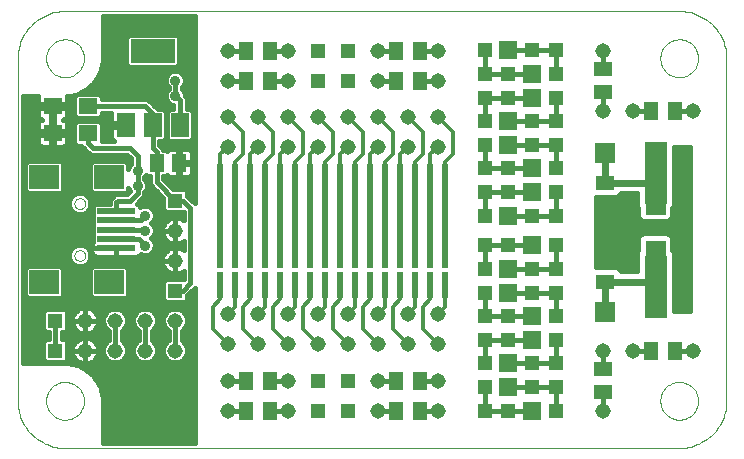
<source format=gtl>
G75*
G70*
%OFA0B0*%
%FSLAX24Y24*%
%IPPOS*%
%LPD*%
%AMOC8*
5,1,8,0,0,1.08239X$1,22.5*
%
%ADD10C,0.0000*%
%ADD11R,0.0984X0.0787*%
%ADD12R,0.1299X0.0197*%
%ADD13R,0.0591X0.0787*%
%ADD14R,0.1496X0.0787*%
%ADD15R,0.0630X0.0551*%
%ADD16R,0.0512X0.0591*%
%ADD17R,0.0515X0.0515*%
%ADD18C,0.0515*%
%ADD19R,0.0236X0.0866*%
%ADD20C,0.0120*%
%ADD21R,0.0236X0.3465*%
%ADD22R,0.0512X0.0512*%
%ADD23C,0.0160*%
%ADD24R,0.0591X0.0591*%
%ADD25R,0.0591X0.0512*%
%ADD26R,0.0760X0.2100*%
%ADD27R,0.0669X0.0669*%
%ADD28C,0.0356*%
%ADD29C,0.0240*%
D10*
X005969Y003417D02*
X026442Y003417D01*
X026442Y003416D02*
X026519Y003418D01*
X026596Y003424D01*
X026673Y003433D01*
X026749Y003446D01*
X026825Y003463D01*
X026899Y003484D01*
X026973Y003508D01*
X027045Y003536D01*
X027115Y003567D01*
X027184Y003602D01*
X027252Y003640D01*
X027317Y003681D01*
X027380Y003726D01*
X027441Y003774D01*
X027500Y003824D01*
X027556Y003877D01*
X027609Y003933D01*
X027659Y003992D01*
X027707Y004053D01*
X027752Y004116D01*
X027793Y004181D01*
X027831Y004249D01*
X027866Y004318D01*
X027897Y004388D01*
X027925Y004460D01*
X027949Y004534D01*
X027970Y004608D01*
X027987Y004684D01*
X028000Y004760D01*
X028009Y004837D01*
X028015Y004914D01*
X028017Y004991D01*
X028016Y004991D02*
X028016Y016409D01*
X028017Y016409D02*
X028015Y016486D01*
X028009Y016563D01*
X028000Y016640D01*
X027987Y016716D01*
X027970Y016792D01*
X027949Y016866D01*
X027925Y016940D01*
X027897Y017012D01*
X027866Y017082D01*
X027831Y017151D01*
X027793Y017219D01*
X027752Y017284D01*
X027707Y017347D01*
X027659Y017408D01*
X027609Y017467D01*
X027556Y017523D01*
X027500Y017576D01*
X027441Y017626D01*
X027380Y017674D01*
X027317Y017719D01*
X027252Y017760D01*
X027184Y017798D01*
X027115Y017833D01*
X027045Y017864D01*
X026973Y017892D01*
X026899Y017916D01*
X026825Y017937D01*
X026749Y017954D01*
X026673Y017967D01*
X026596Y017976D01*
X026519Y017982D01*
X026442Y017984D01*
X005969Y017984D01*
X005892Y017982D01*
X005815Y017976D01*
X005738Y017967D01*
X005662Y017954D01*
X005586Y017937D01*
X005512Y017916D01*
X005438Y017892D01*
X005366Y017864D01*
X005296Y017833D01*
X005227Y017798D01*
X005159Y017760D01*
X005094Y017719D01*
X005031Y017674D01*
X004970Y017626D01*
X004911Y017576D01*
X004855Y017523D01*
X004802Y017467D01*
X004752Y017408D01*
X004704Y017347D01*
X004659Y017284D01*
X004618Y017219D01*
X004580Y017151D01*
X004545Y017082D01*
X004514Y017012D01*
X004486Y016940D01*
X004462Y016866D01*
X004441Y016792D01*
X004424Y016716D01*
X004411Y016640D01*
X004402Y016563D01*
X004396Y016486D01*
X004394Y016409D01*
X004394Y004991D01*
X004396Y004914D01*
X004402Y004837D01*
X004411Y004760D01*
X004424Y004684D01*
X004441Y004608D01*
X004462Y004534D01*
X004486Y004460D01*
X004514Y004388D01*
X004545Y004318D01*
X004580Y004249D01*
X004618Y004181D01*
X004659Y004116D01*
X004704Y004053D01*
X004752Y003992D01*
X004802Y003933D01*
X004855Y003877D01*
X004911Y003824D01*
X004970Y003774D01*
X005031Y003726D01*
X005094Y003681D01*
X005159Y003640D01*
X005227Y003602D01*
X005296Y003567D01*
X005366Y003536D01*
X005438Y003508D01*
X005512Y003484D01*
X005586Y003463D01*
X005662Y003446D01*
X005738Y003433D01*
X005815Y003424D01*
X005892Y003418D01*
X005969Y003416D01*
X005892Y003418D01*
X005815Y003424D01*
X005738Y003433D01*
X005662Y003446D01*
X005586Y003463D01*
X005512Y003484D01*
X005438Y003508D01*
X005366Y003536D01*
X005296Y003567D01*
X005227Y003602D01*
X005159Y003640D01*
X005094Y003681D01*
X005031Y003726D01*
X004970Y003774D01*
X004911Y003824D01*
X004855Y003877D01*
X004802Y003933D01*
X004752Y003992D01*
X004704Y004053D01*
X004659Y004116D01*
X004618Y004181D01*
X004580Y004249D01*
X004545Y004318D01*
X004514Y004388D01*
X004486Y004460D01*
X004462Y004534D01*
X004441Y004608D01*
X004424Y004684D01*
X004411Y004760D01*
X004402Y004837D01*
X004396Y004914D01*
X004394Y004991D01*
X005339Y004991D02*
X005341Y005041D01*
X005347Y005091D01*
X005357Y005140D01*
X005371Y005188D01*
X005388Y005235D01*
X005409Y005280D01*
X005434Y005324D01*
X005462Y005365D01*
X005494Y005404D01*
X005528Y005441D01*
X005565Y005475D01*
X005605Y005505D01*
X005647Y005532D01*
X005691Y005556D01*
X005737Y005577D01*
X005784Y005593D01*
X005832Y005606D01*
X005882Y005615D01*
X005931Y005620D01*
X005982Y005621D01*
X006032Y005618D01*
X006081Y005611D01*
X006130Y005600D01*
X006178Y005585D01*
X006224Y005567D01*
X006269Y005545D01*
X006312Y005519D01*
X006353Y005490D01*
X006392Y005458D01*
X006428Y005423D01*
X006460Y005385D01*
X006490Y005345D01*
X006517Y005302D01*
X006540Y005258D01*
X006559Y005212D01*
X006575Y005164D01*
X006587Y005115D01*
X006595Y005066D01*
X006599Y005016D01*
X006599Y004966D01*
X006595Y004916D01*
X006587Y004867D01*
X006575Y004818D01*
X006559Y004770D01*
X006540Y004724D01*
X006517Y004680D01*
X006490Y004637D01*
X006460Y004597D01*
X006428Y004559D01*
X006392Y004524D01*
X006353Y004492D01*
X006312Y004463D01*
X006269Y004437D01*
X006224Y004415D01*
X006178Y004397D01*
X006130Y004382D01*
X006081Y004371D01*
X006032Y004364D01*
X005982Y004361D01*
X005931Y004362D01*
X005882Y004367D01*
X005832Y004376D01*
X005784Y004389D01*
X005737Y004405D01*
X005691Y004426D01*
X005647Y004450D01*
X005605Y004477D01*
X005565Y004507D01*
X005528Y004541D01*
X005494Y004578D01*
X005462Y004617D01*
X005434Y004658D01*
X005409Y004702D01*
X005388Y004747D01*
X005371Y004794D01*
X005357Y004842D01*
X005347Y004891D01*
X005341Y004941D01*
X005339Y004991D01*
X006284Y009834D02*
X006286Y009860D01*
X006292Y009886D01*
X006302Y009911D01*
X006315Y009934D01*
X006331Y009954D01*
X006351Y009972D01*
X006373Y009987D01*
X006396Y009999D01*
X006422Y010007D01*
X006448Y010011D01*
X006474Y010011D01*
X006500Y010007D01*
X006526Y009999D01*
X006550Y009987D01*
X006571Y009972D01*
X006591Y009954D01*
X006607Y009934D01*
X006620Y009911D01*
X006630Y009886D01*
X006636Y009860D01*
X006638Y009834D01*
X006636Y009808D01*
X006630Y009782D01*
X006620Y009757D01*
X006607Y009734D01*
X006591Y009714D01*
X006571Y009696D01*
X006549Y009681D01*
X006526Y009669D01*
X006500Y009661D01*
X006474Y009657D01*
X006448Y009657D01*
X006422Y009661D01*
X006396Y009669D01*
X006372Y009681D01*
X006351Y009696D01*
X006331Y009714D01*
X006315Y009734D01*
X006302Y009757D01*
X006292Y009782D01*
X006286Y009808D01*
X006284Y009834D01*
X006284Y011566D02*
X006286Y011592D01*
X006292Y011618D01*
X006302Y011643D01*
X006315Y011666D01*
X006331Y011686D01*
X006351Y011704D01*
X006373Y011719D01*
X006396Y011731D01*
X006422Y011739D01*
X006448Y011743D01*
X006474Y011743D01*
X006500Y011739D01*
X006526Y011731D01*
X006550Y011719D01*
X006571Y011704D01*
X006591Y011686D01*
X006607Y011666D01*
X006620Y011643D01*
X006630Y011618D01*
X006636Y011592D01*
X006638Y011566D01*
X006636Y011540D01*
X006630Y011514D01*
X006620Y011489D01*
X006607Y011466D01*
X006591Y011446D01*
X006571Y011428D01*
X006549Y011413D01*
X006526Y011401D01*
X006500Y011393D01*
X006474Y011389D01*
X006448Y011389D01*
X006422Y011393D01*
X006396Y011401D01*
X006372Y011413D01*
X006351Y011428D01*
X006331Y011446D01*
X006315Y011466D01*
X006302Y011489D01*
X006292Y011514D01*
X006286Y011540D01*
X006284Y011566D01*
X004394Y016409D02*
X004396Y016486D01*
X004402Y016563D01*
X004411Y016640D01*
X004424Y016716D01*
X004441Y016792D01*
X004462Y016866D01*
X004486Y016940D01*
X004514Y017012D01*
X004545Y017082D01*
X004580Y017151D01*
X004618Y017219D01*
X004659Y017284D01*
X004704Y017347D01*
X004752Y017408D01*
X004802Y017467D01*
X004855Y017523D01*
X004911Y017576D01*
X004970Y017626D01*
X005031Y017674D01*
X005094Y017719D01*
X005159Y017760D01*
X005227Y017798D01*
X005296Y017833D01*
X005366Y017864D01*
X005438Y017892D01*
X005512Y017916D01*
X005586Y017937D01*
X005662Y017954D01*
X005738Y017967D01*
X005815Y017976D01*
X005892Y017982D01*
X005969Y017984D01*
X005339Y016409D02*
X005341Y016459D01*
X005347Y016509D01*
X005357Y016558D01*
X005371Y016606D01*
X005388Y016653D01*
X005409Y016698D01*
X005434Y016742D01*
X005462Y016783D01*
X005494Y016822D01*
X005528Y016859D01*
X005565Y016893D01*
X005605Y016923D01*
X005647Y016950D01*
X005691Y016974D01*
X005737Y016995D01*
X005784Y017011D01*
X005832Y017024D01*
X005882Y017033D01*
X005931Y017038D01*
X005982Y017039D01*
X006032Y017036D01*
X006081Y017029D01*
X006130Y017018D01*
X006178Y017003D01*
X006224Y016985D01*
X006269Y016963D01*
X006312Y016937D01*
X006353Y016908D01*
X006392Y016876D01*
X006428Y016841D01*
X006460Y016803D01*
X006490Y016763D01*
X006517Y016720D01*
X006540Y016676D01*
X006559Y016630D01*
X006575Y016582D01*
X006587Y016533D01*
X006595Y016484D01*
X006599Y016434D01*
X006599Y016384D01*
X006595Y016334D01*
X006587Y016285D01*
X006575Y016236D01*
X006559Y016188D01*
X006540Y016142D01*
X006517Y016098D01*
X006490Y016055D01*
X006460Y016015D01*
X006428Y015977D01*
X006392Y015942D01*
X006353Y015910D01*
X006312Y015881D01*
X006269Y015855D01*
X006224Y015833D01*
X006178Y015815D01*
X006130Y015800D01*
X006081Y015789D01*
X006032Y015782D01*
X005982Y015779D01*
X005931Y015780D01*
X005882Y015785D01*
X005832Y015794D01*
X005784Y015807D01*
X005737Y015823D01*
X005691Y015844D01*
X005647Y015868D01*
X005605Y015895D01*
X005565Y015925D01*
X005528Y015959D01*
X005494Y015996D01*
X005462Y016035D01*
X005434Y016076D01*
X005409Y016120D01*
X005388Y016165D01*
X005371Y016212D01*
X005357Y016260D01*
X005347Y016309D01*
X005341Y016359D01*
X005339Y016409D01*
X026442Y017984D02*
X026519Y017982D01*
X026596Y017976D01*
X026673Y017967D01*
X026749Y017954D01*
X026825Y017937D01*
X026899Y017916D01*
X026973Y017892D01*
X027045Y017864D01*
X027115Y017833D01*
X027184Y017798D01*
X027252Y017760D01*
X027317Y017719D01*
X027380Y017674D01*
X027441Y017626D01*
X027500Y017576D01*
X027556Y017523D01*
X027609Y017467D01*
X027659Y017408D01*
X027707Y017347D01*
X027752Y017284D01*
X027793Y017219D01*
X027831Y017151D01*
X027866Y017082D01*
X027897Y017012D01*
X027925Y016940D01*
X027949Y016866D01*
X027970Y016792D01*
X027987Y016716D01*
X028000Y016640D01*
X028009Y016563D01*
X028015Y016486D01*
X028017Y016409D01*
X025812Y016409D02*
X025814Y016459D01*
X025820Y016509D01*
X025830Y016558D01*
X025844Y016606D01*
X025861Y016653D01*
X025882Y016698D01*
X025907Y016742D01*
X025935Y016783D01*
X025967Y016822D01*
X026001Y016859D01*
X026038Y016893D01*
X026078Y016923D01*
X026120Y016950D01*
X026164Y016974D01*
X026210Y016995D01*
X026257Y017011D01*
X026305Y017024D01*
X026355Y017033D01*
X026404Y017038D01*
X026455Y017039D01*
X026505Y017036D01*
X026554Y017029D01*
X026603Y017018D01*
X026651Y017003D01*
X026697Y016985D01*
X026742Y016963D01*
X026785Y016937D01*
X026826Y016908D01*
X026865Y016876D01*
X026901Y016841D01*
X026933Y016803D01*
X026963Y016763D01*
X026990Y016720D01*
X027013Y016676D01*
X027032Y016630D01*
X027048Y016582D01*
X027060Y016533D01*
X027068Y016484D01*
X027072Y016434D01*
X027072Y016384D01*
X027068Y016334D01*
X027060Y016285D01*
X027048Y016236D01*
X027032Y016188D01*
X027013Y016142D01*
X026990Y016098D01*
X026963Y016055D01*
X026933Y016015D01*
X026901Y015977D01*
X026865Y015942D01*
X026826Y015910D01*
X026785Y015881D01*
X026742Y015855D01*
X026697Y015833D01*
X026651Y015815D01*
X026603Y015800D01*
X026554Y015789D01*
X026505Y015782D01*
X026455Y015779D01*
X026404Y015780D01*
X026355Y015785D01*
X026305Y015794D01*
X026257Y015807D01*
X026210Y015823D01*
X026164Y015844D01*
X026120Y015868D01*
X026078Y015895D01*
X026038Y015925D01*
X026001Y015959D01*
X025967Y015996D01*
X025935Y016035D01*
X025907Y016076D01*
X025882Y016120D01*
X025861Y016165D01*
X025844Y016212D01*
X025830Y016260D01*
X025820Y016309D01*
X025814Y016359D01*
X025812Y016409D01*
X028017Y004991D02*
X028015Y004914D01*
X028009Y004837D01*
X028000Y004760D01*
X027987Y004684D01*
X027970Y004608D01*
X027949Y004534D01*
X027925Y004460D01*
X027897Y004388D01*
X027866Y004318D01*
X027831Y004249D01*
X027793Y004181D01*
X027752Y004116D01*
X027707Y004053D01*
X027659Y003992D01*
X027609Y003933D01*
X027556Y003877D01*
X027500Y003824D01*
X027441Y003774D01*
X027380Y003726D01*
X027317Y003681D01*
X027252Y003640D01*
X027184Y003602D01*
X027115Y003567D01*
X027045Y003536D01*
X026973Y003508D01*
X026899Y003484D01*
X026825Y003463D01*
X026749Y003446D01*
X026673Y003433D01*
X026596Y003424D01*
X026519Y003418D01*
X026442Y003416D01*
X025812Y004991D02*
X025814Y005041D01*
X025820Y005091D01*
X025830Y005140D01*
X025844Y005188D01*
X025861Y005235D01*
X025882Y005280D01*
X025907Y005324D01*
X025935Y005365D01*
X025967Y005404D01*
X026001Y005441D01*
X026038Y005475D01*
X026078Y005505D01*
X026120Y005532D01*
X026164Y005556D01*
X026210Y005577D01*
X026257Y005593D01*
X026305Y005606D01*
X026355Y005615D01*
X026404Y005620D01*
X026455Y005621D01*
X026505Y005618D01*
X026554Y005611D01*
X026603Y005600D01*
X026651Y005585D01*
X026697Y005567D01*
X026742Y005545D01*
X026785Y005519D01*
X026826Y005490D01*
X026865Y005458D01*
X026901Y005423D01*
X026933Y005385D01*
X026963Y005345D01*
X026990Y005302D01*
X027013Y005258D01*
X027032Y005212D01*
X027048Y005164D01*
X027060Y005115D01*
X027068Y005066D01*
X027072Y005016D01*
X027072Y004966D01*
X027068Y004916D01*
X027060Y004867D01*
X027048Y004818D01*
X027032Y004770D01*
X027013Y004724D01*
X026990Y004680D01*
X026963Y004637D01*
X026933Y004597D01*
X026901Y004559D01*
X026865Y004524D01*
X026826Y004492D01*
X026785Y004463D01*
X026742Y004437D01*
X026697Y004415D01*
X026651Y004397D01*
X026603Y004382D01*
X026554Y004371D01*
X026505Y004364D01*
X026455Y004361D01*
X026404Y004362D01*
X026355Y004367D01*
X026305Y004376D01*
X026257Y004389D01*
X026210Y004405D01*
X026164Y004426D01*
X026120Y004450D01*
X026078Y004477D01*
X026038Y004507D01*
X026001Y004541D01*
X025967Y004578D01*
X025935Y004617D01*
X025907Y004658D01*
X025882Y004702D01*
X025861Y004747D01*
X025844Y004794D01*
X025830Y004842D01*
X025820Y004891D01*
X025814Y004941D01*
X025812Y004991D01*
D11*
X007446Y008948D03*
X005280Y008948D03*
X005280Y012452D03*
X007446Y012452D03*
D12*
X007682Y011330D03*
X007682Y011015D03*
X007682Y010700D03*
X007682Y010385D03*
X007682Y010070D03*
D13*
X007989Y014177D03*
X008894Y014177D03*
X009800Y014177D03*
D14*
X008894Y016657D03*
D15*
X006735Y014818D03*
X005554Y014818D03*
X005554Y013917D03*
X006735Y013917D03*
D16*
X009020Y012917D03*
X009768Y012917D03*
X012001Y015667D03*
X012788Y015667D03*
X012788Y016667D03*
X012001Y016667D03*
X017001Y016667D03*
X017788Y016667D03*
X017788Y015667D03*
X017001Y015667D03*
X025501Y014667D03*
X026288Y014667D03*
X026288Y006667D03*
X025501Y006667D03*
X017788Y005667D03*
X017001Y005667D03*
X017001Y004667D03*
X017788Y004667D03*
X012788Y004667D03*
X012001Y004667D03*
X012001Y005667D03*
X012788Y005667D03*
D17*
X014394Y005667D03*
X015394Y005667D03*
X015394Y004667D03*
X014394Y004667D03*
X009644Y008667D03*
X005644Y007667D03*
X005644Y006667D03*
X009644Y011667D03*
X014394Y015667D03*
X015394Y015667D03*
X015394Y016667D03*
X014394Y016667D03*
D18*
X013394Y016667D03*
X013394Y015667D03*
X013394Y014454D03*
X012394Y014454D03*
X011394Y014454D03*
X011394Y013454D03*
X012394Y013454D03*
X013394Y013454D03*
X014394Y013454D03*
X015394Y013454D03*
X016394Y013454D03*
X017394Y013454D03*
X018394Y013454D03*
X018394Y014454D03*
X017394Y014454D03*
X016394Y014454D03*
X015394Y014454D03*
X014394Y014454D03*
X016394Y015667D03*
X016394Y016667D03*
X018394Y016667D03*
X018394Y015667D03*
X023894Y016667D03*
X023894Y014667D03*
X024894Y014667D03*
X026894Y014667D03*
X018394Y007879D03*
X017394Y007879D03*
X016394Y007879D03*
X015394Y007879D03*
X014394Y007879D03*
X013394Y007879D03*
X012394Y007879D03*
X011394Y007879D03*
X011394Y006879D03*
X012394Y006879D03*
X013394Y006879D03*
X014394Y006879D03*
X015394Y006879D03*
X016394Y006879D03*
X017394Y006879D03*
X018394Y006879D03*
X018394Y005667D03*
X018394Y004667D03*
X016394Y004667D03*
X016394Y005667D03*
X013394Y005667D03*
X013394Y004667D03*
X011394Y004667D03*
X011394Y005667D03*
X009644Y006667D03*
X008644Y006667D03*
X007644Y006667D03*
X007644Y007667D03*
X008644Y007667D03*
X009644Y007667D03*
X009644Y009667D03*
X009644Y010667D03*
X006644Y007667D03*
X006644Y006667D03*
X011394Y015667D03*
X011394Y016667D03*
X023894Y006667D03*
X024894Y006667D03*
X026894Y006667D03*
X023894Y004667D03*
D19*
X018644Y008852D03*
X018144Y008852D03*
X017644Y008852D03*
X017144Y008852D03*
X016644Y008852D03*
X016144Y008852D03*
X015644Y008852D03*
X015144Y008852D03*
X014644Y008852D03*
X014144Y008852D03*
X013644Y008852D03*
X013144Y008852D03*
X012644Y008852D03*
X012144Y008852D03*
X011644Y008852D03*
X011144Y008852D03*
D20*
X011144Y008879D02*
X011144Y008379D01*
X010894Y008129D01*
X010894Y007379D01*
X011394Y006879D01*
X011894Y007379D02*
X011894Y008129D01*
X012144Y008379D01*
X012144Y008879D01*
X012644Y008879D02*
X012644Y008129D01*
X012394Y007879D01*
X012894Y008129D02*
X013144Y008379D01*
X013144Y008879D01*
X013644Y008879D02*
X013644Y008129D01*
X013394Y007879D01*
X013894Y008129D02*
X014144Y008379D01*
X014144Y008879D01*
X014644Y008879D02*
X014644Y008129D01*
X014394Y007879D01*
X013894Y008129D02*
X013894Y007379D01*
X014394Y006879D01*
X014894Y007379D02*
X014894Y008129D01*
X015144Y008379D01*
X015144Y008879D01*
X015644Y008879D02*
X015644Y008129D01*
X015394Y007879D01*
X015894Y008129D02*
X016144Y008379D01*
X016144Y008879D01*
X016644Y008879D02*
X016644Y008129D01*
X016394Y007879D01*
X015894Y008129D02*
X015894Y007379D01*
X016394Y006879D01*
X016894Y007379D02*
X016894Y008129D01*
X017144Y008379D01*
X017144Y008879D01*
X017644Y008879D02*
X017644Y008129D01*
X017394Y007879D01*
X017894Y008129D02*
X018144Y008379D01*
X018144Y008879D01*
X018644Y008879D02*
X018644Y008129D01*
X018394Y007879D01*
X017894Y008129D02*
X017894Y007379D01*
X018394Y006879D01*
X017394Y006879D02*
X016894Y007379D01*
X015394Y006879D02*
X014894Y007379D01*
X013394Y006879D02*
X012894Y007379D01*
X012894Y008129D01*
X011894Y007379D02*
X012394Y006879D01*
X011394Y007879D02*
X011644Y008129D01*
X011644Y008879D01*
X011144Y012454D02*
X011144Y013204D01*
X011394Y013454D01*
X011894Y013204D02*
X011644Y012954D01*
X011644Y012579D01*
X012144Y012454D02*
X012144Y013204D01*
X012394Y013454D01*
X012894Y013204D02*
X012644Y012954D01*
X012644Y012579D01*
X013144Y012454D02*
X013144Y013204D01*
X013394Y013454D01*
X013894Y013204D02*
X013644Y012954D01*
X013644Y012579D01*
X014144Y012454D02*
X014144Y013204D01*
X014394Y013454D01*
X013894Y013204D02*
X013894Y013954D01*
X013394Y014454D01*
X012894Y013954D02*
X012894Y013204D01*
X011894Y013204D02*
X011894Y013954D01*
X011394Y014454D01*
X012394Y014454D02*
X012894Y013954D01*
X014394Y014454D02*
X014894Y013954D01*
X014894Y013204D01*
X014644Y012954D01*
X014644Y012579D01*
X015144Y012454D02*
X015144Y013204D01*
X015394Y013454D01*
X015644Y012954D02*
X015644Y012579D01*
X015644Y012954D02*
X015894Y013204D01*
X015894Y013954D01*
X015394Y014454D01*
X016394Y014454D02*
X016894Y013954D01*
X016894Y013204D01*
X016644Y012954D01*
X016644Y012579D01*
X016144Y012454D02*
X016144Y013204D01*
X016394Y013454D01*
X017144Y013204D02*
X017144Y012454D01*
X017644Y012579D02*
X017644Y012954D01*
X017894Y013204D01*
X017894Y013954D01*
X017394Y014454D01*
X018394Y014454D02*
X018894Y013954D01*
X018894Y013204D01*
X018644Y012954D01*
X018644Y012579D01*
X018144Y012454D02*
X018144Y013204D01*
X018394Y013454D01*
X017394Y013454D02*
X017144Y013204D01*
X023686Y011779D02*
X023686Y009424D01*
X024367Y009424D01*
X024496Y009295D01*
X024496Y009288D01*
X025054Y009288D01*
X025054Y009941D01*
X025100Y009987D01*
X025100Y010407D01*
X025228Y010535D01*
X026080Y010535D01*
X026209Y010407D01*
X026209Y009987D01*
X026254Y009941D01*
X026254Y007944D01*
X026835Y007944D01*
X026835Y013456D01*
X026254Y013456D01*
X026254Y011459D01*
X026209Y011414D01*
X026209Y011100D01*
X026080Y010971D01*
X025228Y010971D01*
X025100Y011100D01*
X025100Y011414D01*
X025054Y011459D01*
X025054Y011915D01*
X024496Y011915D01*
X024496Y011908D01*
X024367Y011779D01*
X023686Y011779D01*
X023686Y011715D02*
X025054Y011715D01*
X025054Y011833D02*
X024421Y011833D01*
X025054Y011596D02*
X023686Y011596D01*
X023686Y011478D02*
X025054Y011478D01*
X025100Y011359D02*
X023686Y011359D01*
X023686Y011241D02*
X025100Y011241D01*
X025100Y011122D02*
X023686Y011122D01*
X023686Y011003D02*
X025196Y011003D01*
X025222Y010529D02*
X023686Y010529D01*
X023686Y010411D02*
X025104Y010411D01*
X025100Y010292D02*
X023686Y010292D01*
X023686Y010174D02*
X025100Y010174D01*
X025100Y010055D02*
X023686Y010055D01*
X023686Y009937D02*
X025054Y009937D01*
X025054Y009818D02*
X023686Y009818D01*
X023686Y009699D02*
X025054Y009699D01*
X025054Y009581D02*
X023686Y009581D01*
X023686Y009462D02*
X025054Y009462D01*
X025054Y009344D02*
X024448Y009344D01*
X026254Y009344D02*
X026835Y009344D01*
X026835Y009462D02*
X026254Y009462D01*
X026254Y009581D02*
X026835Y009581D01*
X026835Y009699D02*
X026254Y009699D01*
X026254Y009818D02*
X026835Y009818D01*
X026835Y009937D02*
X026254Y009937D01*
X026209Y010055D02*
X026835Y010055D01*
X026835Y010174D02*
X026209Y010174D01*
X026209Y010292D02*
X026835Y010292D01*
X026835Y010411D02*
X026205Y010411D01*
X026086Y010529D02*
X026835Y010529D01*
X026835Y010648D02*
X023686Y010648D01*
X023686Y010766D02*
X026835Y010766D01*
X026835Y010885D02*
X023686Y010885D01*
X026112Y011003D02*
X026835Y011003D01*
X026835Y011122D02*
X026209Y011122D01*
X026209Y011241D02*
X026835Y011241D01*
X026835Y011359D02*
X026209Y011359D01*
X026254Y011478D02*
X026835Y011478D01*
X026835Y011596D02*
X026254Y011596D01*
X026254Y011715D02*
X026835Y011715D01*
X026835Y011833D02*
X026254Y011833D01*
X026254Y011952D02*
X026835Y011952D01*
X026835Y012070D02*
X026254Y012070D01*
X026254Y012189D02*
X026835Y012189D01*
X026835Y012307D02*
X026254Y012307D01*
X026254Y012426D02*
X026835Y012426D01*
X026835Y012545D02*
X026254Y012545D01*
X026254Y012663D02*
X026835Y012663D01*
X026835Y012782D02*
X026254Y012782D01*
X026254Y012900D02*
X026835Y012900D01*
X026835Y013019D02*
X026254Y013019D01*
X026254Y013137D02*
X026835Y013137D01*
X026835Y013256D02*
X026254Y013256D01*
X026254Y013374D02*
X026835Y013374D01*
X026835Y009225D02*
X026254Y009225D01*
X026254Y009107D02*
X026835Y009107D01*
X026835Y008988D02*
X026254Y008988D01*
X026254Y008870D02*
X026835Y008870D01*
X026835Y008751D02*
X026254Y008751D01*
X026254Y008633D02*
X026835Y008633D01*
X026835Y008514D02*
X026254Y008514D01*
X026254Y008396D02*
X026835Y008396D01*
X026835Y008277D02*
X026254Y008277D01*
X026254Y008158D02*
X026835Y008158D01*
X026835Y008040D02*
X026254Y008040D01*
D21*
X018644Y011167D03*
X018144Y011167D03*
X017644Y011167D03*
X017144Y011167D03*
X016644Y011167D03*
X016144Y011167D03*
X015644Y011167D03*
X015144Y011167D03*
X014644Y011167D03*
X014144Y011167D03*
X013644Y011167D03*
X013144Y011167D03*
X012644Y011167D03*
X012144Y011167D03*
X011644Y011167D03*
X011144Y011167D03*
D22*
X019963Y011161D03*
X019963Y011948D03*
X020751Y011948D03*
X020751Y012736D03*
X019963Y012736D03*
X019963Y013523D03*
X019963Y014310D03*
X019963Y015098D03*
X020751Y015098D03*
X020751Y015885D03*
X019963Y015885D03*
X019963Y016673D03*
X021538Y016673D03*
X022325Y016673D03*
X022325Y015885D03*
X022325Y015098D03*
X022325Y014310D03*
X021538Y014310D03*
X021538Y013523D03*
X022325Y013523D03*
X022325Y012736D03*
X022325Y011948D03*
X022325Y011161D03*
X021538Y011161D03*
X020751Y010173D03*
X019963Y010173D03*
X019963Y009385D03*
X019963Y008598D03*
X019963Y007810D03*
X020751Y007810D03*
X020751Y007023D03*
X019963Y007023D03*
X019963Y006236D03*
X019963Y005448D03*
X019963Y004661D03*
X020751Y004661D03*
X021538Y005448D03*
X022325Y005448D03*
X022325Y004661D03*
X022325Y006236D03*
X021538Y006236D03*
X022325Y007023D03*
X022325Y007810D03*
X022325Y008598D03*
X021538Y008598D03*
X021538Y009385D03*
X022325Y009385D03*
X022325Y010173D03*
D23*
X022325Y009385D01*
X020751Y009385D01*
X019963Y009385D02*
X019963Y010173D01*
X021538Y010173D01*
X020751Y011161D02*
X022325Y011161D01*
X022325Y011948D01*
X021538Y011948D02*
X019963Y011948D01*
X019963Y011161D01*
X019963Y012736D02*
X019963Y013523D01*
X020751Y013523D02*
X022325Y013523D01*
X022325Y012736D01*
X021538Y012736D02*
X019963Y012736D01*
X019963Y014310D02*
X019963Y015098D01*
X021538Y015098D01*
X022325Y015098D02*
X022325Y014310D01*
X020751Y014310D01*
X018394Y015667D02*
X017894Y015667D01*
X016894Y015667D02*
X016394Y015667D01*
X016394Y016667D02*
X016894Y016667D01*
X017894Y016667D02*
X018394Y016667D01*
X019963Y016673D02*
X019963Y015885D01*
X021538Y015885D01*
X022325Y015885D02*
X022325Y016673D01*
X020751Y016673D01*
X023894Y016667D02*
X023894Y016167D01*
X023894Y015167D02*
X023894Y014667D01*
X024894Y014667D02*
X025394Y014667D01*
X026394Y014667D02*
X026894Y014667D01*
X022325Y008598D02*
X020751Y008598D01*
X019963Y008598D02*
X019963Y007810D01*
X021538Y007810D01*
X022325Y007810D02*
X022325Y008598D01*
X022325Y007023D02*
X022325Y006236D01*
X020751Y006236D01*
X019963Y006236D02*
X019963Y007023D01*
X021538Y007023D01*
X023894Y006667D02*
X023894Y006167D01*
X024894Y006667D02*
X025394Y006667D01*
X026394Y006667D02*
X026894Y006667D01*
X023894Y005167D02*
X023894Y004667D01*
X022325Y004661D02*
X022325Y005448D01*
X020751Y005448D01*
X019963Y005448D02*
X019963Y004661D01*
X021538Y004661D01*
X018394Y004667D02*
X017894Y004667D01*
X016894Y004667D02*
X016394Y004667D01*
X016394Y005667D02*
X016894Y005667D01*
X017894Y005667D02*
X018394Y005667D01*
X013394Y005667D02*
X012894Y005667D01*
X011894Y005667D02*
X011394Y005667D01*
X010300Y005636D02*
X007050Y005636D01*
X007046Y005645D02*
X007047Y005651D01*
X007030Y005673D01*
X007017Y005697D01*
X007011Y005699D01*
X006942Y005792D01*
X006942Y005798D01*
X006922Y005817D01*
X006906Y005839D01*
X006899Y005840D01*
X006818Y005922D01*
X006817Y005928D01*
X006795Y005945D01*
X006776Y005964D01*
X006769Y005964D01*
X006677Y006033D01*
X006675Y006039D01*
X006651Y006053D01*
X006629Y006069D01*
X006623Y006068D01*
X006521Y006123D01*
X006519Y006129D01*
X006493Y006139D01*
X006469Y006152D01*
X006463Y006150D01*
X006355Y006190D01*
X006351Y006196D01*
X006324Y006202D01*
X006299Y006211D01*
X006293Y006209D01*
X006180Y006233D01*
X006176Y006238D01*
X006149Y006240D01*
X006122Y006246D01*
X006116Y006242D01*
X006005Y006250D01*
X006002Y006253D01*
X005972Y006253D01*
X005942Y006255D01*
X005939Y006253D01*
X004574Y006253D01*
X004574Y015148D01*
X005067Y015148D01*
X005059Y015118D01*
X005059Y014876D01*
X005496Y014876D01*
X005496Y014760D01*
X005612Y014760D01*
X005612Y014876D01*
X006049Y014876D01*
X006049Y015118D01*
X006039Y015153D01*
X006116Y015158D01*
X006122Y015155D01*
X006148Y015160D01*
X006176Y015162D01*
X006180Y015167D01*
X006293Y015192D01*
X006299Y015189D01*
X006324Y015199D01*
X006327Y015199D01*
X006280Y015152D01*
X006280Y014485D01*
X006362Y014403D01*
X007108Y014403D01*
X007190Y014485D01*
X007190Y014598D01*
X007515Y014598D01*
X007514Y014594D01*
X007514Y014244D01*
X007921Y014244D01*
X007921Y014109D01*
X007514Y014109D01*
X007514Y013759D01*
X007526Y013713D01*
X007549Y013672D01*
X007583Y013639D01*
X007587Y013637D01*
X007190Y013637D01*
X007190Y014250D01*
X007108Y014332D01*
X006362Y014332D01*
X006280Y014250D01*
X006280Y013583D01*
X006362Y013501D01*
X006515Y013501D01*
X006515Y013485D01*
X006803Y013197D01*
X006985Y013197D01*
X008053Y013197D01*
X008174Y013076D01*
X008174Y012897D01*
X008125Y012847D01*
X008078Y012733D01*
X008078Y012904D01*
X007996Y012986D01*
X006895Y012986D01*
X006813Y012904D01*
X006813Y012000D01*
X006895Y011918D01*
X007996Y011918D01*
X008078Y012000D01*
X008078Y012100D01*
X008125Y011986D01*
X008139Y011972D01*
X008053Y011887D01*
X007652Y011887D01*
X007523Y011758D01*
X007462Y011697D01*
X007462Y011568D01*
X006974Y011568D01*
X006892Y011486D01*
X006892Y011174D01*
X006893Y011173D01*
X006892Y011172D01*
X006892Y010859D01*
X006893Y010858D01*
X006892Y010857D01*
X006892Y010544D01*
X006893Y010543D01*
X006892Y010542D01*
X006892Y010283D01*
X006888Y010279D01*
X006864Y010238D01*
X006852Y010192D01*
X006852Y010070D01*
X006852Y009948D01*
X006864Y009902D01*
X006888Y009861D01*
X006922Y009828D01*
X006963Y009804D01*
X007008Y009792D01*
X007681Y009792D01*
X007681Y010070D01*
X006852Y010070D01*
X007681Y010070D01*
X007681Y010070D01*
X007682Y010070D01*
X007682Y009792D01*
X008355Y009792D01*
X008401Y009804D01*
X008442Y009828D01*
X008475Y009861D01*
X008490Y009886D01*
X008581Y009849D01*
X008708Y009849D01*
X008824Y009897D01*
X008914Y009986D01*
X008962Y010103D01*
X008962Y010230D01*
X008914Y010347D01*
X008844Y010417D01*
X008914Y010486D01*
X008962Y010603D01*
X008962Y010730D01*
X008914Y010847D01*
X008844Y010917D01*
X008914Y010986D01*
X008962Y011103D01*
X008962Y011230D01*
X008914Y011347D01*
X008824Y011436D01*
X008708Y011485D01*
X008581Y011485D01*
X008471Y011439D01*
X008471Y011486D01*
X008389Y011568D01*
X008357Y011568D01*
X008485Y011697D01*
X008485Y011697D01*
X008614Y011826D01*
X008614Y011937D01*
X008664Y011986D01*
X008712Y012103D01*
X008712Y012230D01*
X008664Y012347D01*
X008614Y012397D01*
X008614Y012437D01*
X008664Y012486D01*
X008675Y012513D01*
X008706Y012481D01*
X008800Y012481D01*
X008800Y012382D01*
X008800Y012200D01*
X009247Y011753D01*
X009247Y011351D01*
X009329Y011269D01*
X009924Y011269D01*
X009924Y011004D01*
X009874Y011041D01*
X009812Y011072D01*
X009747Y011093D01*
X009679Y011104D01*
X009644Y011104D01*
X009610Y011104D01*
X009542Y011093D01*
X009476Y011072D01*
X009415Y011041D01*
X009359Y011000D01*
X009311Y010952D01*
X009270Y010896D01*
X009239Y010835D01*
X009218Y010769D01*
X009207Y010701D01*
X009207Y010667D01*
X009644Y010667D01*
X009644Y011104D01*
X009644Y010667D01*
X009644Y010667D01*
X009644Y010666D01*
X009644Y010666D01*
X009644Y010229D01*
X009610Y010229D01*
X009542Y010240D01*
X009476Y010261D01*
X009415Y010293D01*
X009359Y010333D01*
X009311Y010382D01*
X009270Y010437D01*
X009239Y010499D01*
X009218Y010564D01*
X009207Y010632D01*
X009207Y010666D01*
X009644Y010666D01*
X009644Y010229D01*
X009679Y010229D01*
X009747Y010240D01*
X009812Y010261D01*
X009874Y010293D01*
X009924Y010329D01*
X009924Y010004D01*
X009874Y010041D01*
X009812Y010072D01*
X009747Y010093D01*
X009679Y010104D01*
X009644Y010104D01*
X009610Y010104D01*
X009542Y010093D01*
X009476Y010072D01*
X009415Y010041D01*
X009359Y010000D01*
X009311Y009952D01*
X009270Y009896D01*
X009239Y009835D01*
X009218Y009769D01*
X009207Y009701D01*
X009207Y009667D01*
X009644Y009667D01*
X009644Y010104D01*
X009644Y009667D01*
X009644Y009667D01*
X009644Y009666D01*
X009644Y009666D01*
X009644Y009229D01*
X009610Y009229D01*
X009542Y009240D01*
X009476Y009261D01*
X009415Y009293D01*
X009359Y009333D01*
X009311Y009382D01*
X009270Y009437D01*
X009239Y009499D01*
X009218Y009564D01*
X009207Y009632D01*
X009207Y009666D01*
X009644Y009666D01*
X009644Y009229D01*
X009679Y009229D01*
X009747Y009240D01*
X009812Y009261D01*
X009874Y009293D01*
X009924Y009329D01*
X009924Y009064D01*
X009329Y009064D01*
X009247Y008982D01*
X009247Y008351D01*
X009329Y008269D01*
X009960Y008269D01*
X010042Y008351D01*
X010042Y008503D01*
X010114Y008576D01*
X010300Y008761D01*
X010300Y003597D01*
X007230Y003597D01*
X007230Y004962D01*
X007232Y004964D01*
X007230Y004994D01*
X007230Y005025D01*
X007228Y005027D01*
X007220Y005139D01*
X007223Y005144D01*
X007218Y005171D01*
X007216Y005198D01*
X007211Y005203D01*
X007186Y005315D01*
X007189Y005321D01*
X007179Y005347D01*
X007174Y005374D01*
X007168Y005377D01*
X007128Y005485D01*
X007130Y005491D01*
X007116Y005515D01*
X007107Y005541D01*
X007101Y005544D01*
X007046Y005645D01*
X006942Y005795D02*
X010300Y005795D01*
X010300Y005953D02*
X006786Y005953D01*
X006747Y006240D02*
X006812Y006261D01*
X006874Y006293D01*
X006929Y006333D01*
X006978Y006382D01*
X007018Y006437D01*
X007050Y006499D01*
X007071Y006564D01*
X007082Y006632D01*
X007082Y006666D01*
X006645Y006666D01*
X006645Y006667D01*
X007082Y006667D01*
X007082Y006701D01*
X007071Y006769D01*
X007050Y006835D01*
X007018Y006896D01*
X006978Y006952D01*
X006929Y007000D01*
X006874Y007041D01*
X006812Y007072D01*
X006747Y007093D01*
X006679Y007104D01*
X006644Y007104D01*
X006610Y007104D01*
X006542Y007093D01*
X006476Y007072D01*
X006415Y007041D01*
X006359Y007000D01*
X006311Y006952D01*
X006270Y006896D01*
X006239Y006835D01*
X006218Y006769D01*
X006207Y006701D01*
X006207Y006667D01*
X006644Y006667D01*
X006644Y007104D01*
X006644Y006667D01*
X006644Y006667D01*
X006644Y006666D01*
X006644Y006666D01*
X006644Y006229D01*
X006610Y006229D01*
X006542Y006240D01*
X006476Y006261D01*
X006415Y006293D01*
X006359Y006333D01*
X006311Y006382D01*
X006270Y006437D01*
X006239Y006499D01*
X006218Y006564D01*
X006207Y006632D01*
X006207Y006666D01*
X006644Y006666D01*
X006644Y006229D01*
X006679Y006229D01*
X006747Y006240D01*
X006830Y006270D02*
X007562Y006270D01*
X007565Y006269D02*
X007723Y006269D01*
X007869Y006330D01*
X007981Y006442D01*
X008042Y006588D01*
X008042Y006746D01*
X007981Y006892D01*
X007869Y007004D01*
X007864Y007006D01*
X007864Y007328D01*
X007869Y007330D01*
X007981Y007442D01*
X008042Y007588D01*
X008042Y007746D01*
X007981Y007892D01*
X007869Y008004D01*
X007723Y008064D01*
X007565Y008064D01*
X007419Y008004D01*
X007307Y007892D01*
X007247Y007746D01*
X007247Y007588D01*
X007307Y007442D01*
X007419Y007330D01*
X007424Y007328D01*
X007424Y007006D01*
X007419Y007004D01*
X007307Y006892D01*
X007247Y006746D01*
X007075Y006746D01*
X007075Y006588D02*
X007247Y006588D01*
X007307Y006442D01*
X007419Y006330D01*
X007565Y006269D01*
X007726Y006270D02*
X008562Y006270D01*
X008565Y006269D02*
X008723Y006269D01*
X008869Y006330D01*
X008981Y006442D01*
X009042Y006588D01*
X009042Y006746D01*
X008981Y006892D01*
X008869Y007004D01*
X008864Y007006D01*
X008864Y007328D01*
X008869Y007330D01*
X008981Y007442D01*
X009042Y007588D01*
X009042Y007746D01*
X008981Y007892D01*
X008869Y008004D01*
X008723Y008064D01*
X008565Y008064D01*
X008419Y008004D01*
X008307Y007892D01*
X008247Y007746D01*
X008247Y007588D01*
X008307Y007442D01*
X008419Y007330D01*
X008424Y007328D01*
X008424Y007006D01*
X008419Y007004D01*
X008307Y006892D01*
X008247Y006746D01*
X008042Y006746D01*
X008042Y006588D02*
X008247Y006588D01*
X008307Y006442D01*
X008419Y006330D01*
X008565Y006269D01*
X008726Y006270D02*
X009562Y006270D01*
X009565Y006269D02*
X009723Y006269D01*
X009869Y006330D01*
X009981Y006442D01*
X010042Y006588D01*
X010042Y006746D01*
X009981Y006892D01*
X009869Y007004D01*
X009864Y007006D01*
X009864Y007328D01*
X009869Y007330D01*
X009981Y007442D01*
X010042Y007588D01*
X010042Y007746D01*
X009981Y007892D01*
X009869Y008004D01*
X009723Y008064D01*
X009565Y008064D01*
X009419Y008004D01*
X009307Y007892D01*
X009247Y007746D01*
X009247Y007588D01*
X009307Y007442D01*
X009419Y007330D01*
X009424Y007328D01*
X009424Y007006D01*
X009419Y007004D01*
X009307Y006892D01*
X009247Y006746D01*
X009042Y006746D01*
X009042Y006588D02*
X009247Y006588D01*
X009307Y006442D01*
X009419Y006330D01*
X009565Y006269D01*
X009726Y006270D02*
X010300Y006270D01*
X010300Y006112D02*
X006542Y006112D01*
X006458Y006270D02*
X005961Y006270D01*
X005960Y006269D02*
X006042Y006351D01*
X006042Y006982D01*
X005960Y007064D01*
X005864Y007064D01*
X005864Y007269D01*
X005960Y007269D01*
X006042Y007351D01*
X006042Y007982D01*
X005960Y008064D01*
X005329Y008064D01*
X005247Y007982D01*
X005247Y007351D01*
X005329Y007269D01*
X005424Y007269D01*
X005424Y007064D01*
X005329Y007064D01*
X005247Y006982D01*
X005247Y006351D01*
X005329Y006269D01*
X005960Y006269D01*
X006042Y006429D02*
X006276Y006429D01*
X006214Y006588D02*
X006042Y006588D01*
X006042Y006746D02*
X006214Y006746D01*
X006276Y006905D02*
X006042Y006905D01*
X005961Y007063D02*
X006459Y007063D01*
X006644Y007063D02*
X006644Y007063D01*
X006644Y006905D02*
X006644Y006905D01*
X006644Y006746D02*
X006644Y006746D01*
X006644Y006667D02*
X006644Y007667D01*
X006644Y008104D01*
X006610Y008104D01*
X006542Y008093D01*
X006476Y008072D01*
X006415Y008041D01*
X006359Y008000D01*
X006311Y007952D01*
X006270Y007896D01*
X006239Y007835D01*
X006218Y007769D01*
X006207Y007701D01*
X006207Y007667D01*
X006644Y007667D01*
X006644Y007667D01*
X006644Y007666D01*
X006644Y007666D01*
X006644Y007229D01*
X006610Y007229D01*
X006542Y007240D01*
X006476Y007261D01*
X006415Y007293D01*
X006359Y007333D01*
X006311Y007382D01*
X006270Y007437D01*
X006239Y007499D01*
X006218Y007564D01*
X006207Y007632D01*
X006207Y007666D01*
X006644Y007666D01*
X006644Y007229D01*
X006679Y007229D01*
X006747Y007240D01*
X006812Y007261D01*
X006874Y007293D01*
X006929Y007333D01*
X006978Y007382D01*
X007018Y007437D01*
X007050Y007499D01*
X007071Y007564D01*
X007082Y007632D01*
X007082Y007666D01*
X006645Y007666D01*
X006645Y007667D01*
X007082Y007667D01*
X007082Y007701D01*
X007071Y007769D01*
X007050Y007835D01*
X007018Y007896D01*
X006978Y007952D01*
X006929Y008000D01*
X006874Y008041D01*
X006812Y008072D01*
X006747Y008093D01*
X006679Y008104D01*
X006644Y008104D01*
X006644Y007667D01*
X006644Y007697D02*
X006644Y007697D01*
X006644Y007539D02*
X006644Y007539D01*
X006644Y007380D02*
X006644Y007380D01*
X006312Y007380D02*
X006042Y007380D01*
X006042Y007539D02*
X006226Y007539D01*
X006207Y007697D02*
X006042Y007697D01*
X006042Y007856D02*
X006250Y007856D01*
X006379Y008014D02*
X006009Y008014D01*
X005830Y008414D02*
X005912Y008496D01*
X005912Y009400D01*
X005830Y009482D01*
X004730Y009482D01*
X004648Y009400D01*
X004648Y008496D01*
X004730Y008414D01*
X005830Y008414D01*
X005906Y008490D02*
X006820Y008490D01*
X006813Y008496D02*
X006895Y008414D01*
X007996Y008414D01*
X008078Y008496D01*
X008078Y009400D01*
X007996Y009482D01*
X006895Y009482D01*
X006813Y009400D01*
X006813Y008496D01*
X006813Y008649D02*
X005912Y008649D01*
X005912Y008807D02*
X006813Y008807D01*
X006813Y008966D02*
X005912Y008966D01*
X005912Y009124D02*
X006813Y009124D01*
X006813Y009283D02*
X005912Y009283D01*
X005871Y009441D02*
X006855Y009441D01*
X006732Y009600D02*
X009212Y009600D01*
X009216Y009758D02*
X006816Y009758D01*
X006818Y009763D02*
X006764Y009632D01*
X006664Y009531D01*
X006532Y009477D01*
X006390Y009477D01*
X006259Y009531D01*
X006158Y009632D01*
X006104Y009763D01*
X006104Y009905D01*
X006158Y010036D01*
X006259Y010137D01*
X006390Y010191D01*
X006532Y010191D01*
X006664Y010137D01*
X006764Y010036D01*
X006818Y009905D01*
X006818Y009763D01*
X006813Y009917D02*
X006860Y009917D01*
X006852Y010076D02*
X006725Y010076D01*
X006863Y010234D02*
X004574Y010234D01*
X004574Y010076D02*
X006198Y010076D01*
X006109Y009917D02*
X004574Y009917D01*
X004574Y009758D02*
X006106Y009758D01*
X006190Y009600D02*
X004574Y009600D01*
X004574Y009441D02*
X004689Y009441D01*
X004648Y009283D02*
X004574Y009283D01*
X004574Y009124D02*
X004648Y009124D01*
X004648Y008966D02*
X004574Y008966D01*
X004574Y008807D02*
X004648Y008807D01*
X004648Y008649D02*
X004574Y008649D01*
X004574Y008490D02*
X004654Y008490D01*
X004574Y008332D02*
X009266Y008332D01*
X009247Y008490D02*
X008071Y008490D01*
X008078Y008649D02*
X009247Y008649D01*
X009247Y008807D02*
X008078Y008807D01*
X008078Y008966D02*
X009247Y008966D01*
X009434Y009283D02*
X008078Y009283D01*
X008078Y009124D02*
X009924Y009124D01*
X009924Y009283D02*
X009854Y009283D01*
X009644Y009283D02*
X009644Y009283D01*
X009644Y009441D02*
X009644Y009441D01*
X009644Y009600D02*
X009644Y009600D01*
X009644Y009758D02*
X009644Y009758D01*
X009644Y009917D02*
X009644Y009917D01*
X009644Y010076D02*
X009644Y010076D01*
X009487Y010076D02*
X008951Y010076D01*
X008961Y010234D02*
X009579Y010234D01*
X009644Y010234D02*
X009644Y010234D01*
X009709Y010234D02*
X009924Y010234D01*
X009924Y010076D02*
X009802Y010076D01*
X009285Y009917D02*
X008844Y009917D01*
X008644Y010167D02*
X008426Y010385D01*
X007682Y010385D01*
X007682Y010700D02*
X008611Y010700D01*
X008644Y010667D01*
X008941Y010551D02*
X009222Y010551D01*
X009208Y010710D02*
X008962Y010710D01*
X008893Y010868D02*
X009256Y010868D01*
X009396Y011027D02*
X008931Y011027D01*
X008962Y011185D02*
X009924Y011185D01*
X009924Y011027D02*
X009893Y011027D01*
X009644Y011027D02*
X009644Y011027D01*
X009644Y010868D02*
X009644Y010868D01*
X009644Y010710D02*
X009644Y010710D01*
X009644Y010551D02*
X009644Y010551D01*
X009644Y010393D02*
X009644Y010393D01*
X009303Y010393D02*
X008868Y010393D01*
X008493Y011015D02*
X008644Y011167D01*
X008493Y011015D02*
X007682Y011015D01*
X007682Y011330D02*
X007682Y011606D01*
X007743Y011667D01*
X008144Y011667D01*
X008394Y011917D01*
X008394Y012167D01*
X008394Y012667D01*
X008394Y013167D01*
X008144Y013417D01*
X006894Y013417D01*
X006735Y013576D01*
X006735Y013917D01*
X007190Y013881D02*
X007514Y013881D01*
X007514Y014039D02*
X007190Y014039D01*
X007190Y014198D02*
X007921Y014198D01*
X007514Y014356D02*
X005945Y014356D01*
X005938Y014360D02*
X005910Y014367D01*
X005938Y014375D01*
X005979Y014399D01*
X006013Y014432D01*
X006036Y014473D01*
X006049Y014519D01*
X006049Y014760D01*
X005612Y014760D01*
X005612Y014363D01*
X005612Y013975D01*
X005612Y013974D02*
X006049Y013974D01*
X006049Y014216D01*
X006036Y014262D01*
X006013Y014303D01*
X005979Y014336D01*
X005938Y014360D01*
X006048Y014515D02*
X006280Y014515D01*
X006280Y014673D02*
X006049Y014673D01*
X006280Y014832D02*
X005612Y014832D01*
X005496Y014832D02*
X004574Y014832D01*
X004574Y014990D02*
X005059Y014990D01*
X005059Y014760D02*
X005059Y014519D01*
X005071Y014473D01*
X005095Y014432D01*
X005128Y014399D01*
X005169Y014375D01*
X005197Y014367D01*
X005169Y014360D01*
X005128Y014336D01*
X005095Y014303D01*
X005071Y014262D01*
X005059Y014216D01*
X005059Y013974D01*
X005496Y013974D01*
X005496Y013859D01*
X005059Y013859D01*
X005059Y013617D01*
X005071Y013572D01*
X005095Y013531D01*
X005128Y013497D01*
X005169Y013473D01*
X005215Y013461D01*
X005496Y013461D01*
X005496Y013859D01*
X005612Y013859D01*
X005612Y013974D01*
X005612Y013975D02*
X005496Y013975D01*
X005496Y014363D01*
X005496Y014760D01*
X005059Y014760D01*
X005059Y014673D02*
X004574Y014673D01*
X004574Y014515D02*
X005060Y014515D01*
X005163Y014356D02*
X004574Y014356D01*
X004574Y014198D02*
X005059Y014198D01*
X005059Y014039D02*
X004574Y014039D01*
X004574Y013881D02*
X005496Y013881D01*
X005612Y013881D02*
X006280Y013881D01*
X006280Y014039D02*
X006049Y014039D01*
X006049Y014198D02*
X006280Y014198D01*
X006049Y013859D02*
X005612Y013859D01*
X005612Y013461D01*
X005892Y013461D01*
X005938Y013473D01*
X005979Y013497D01*
X006013Y013531D01*
X006036Y013572D01*
X006049Y013617D01*
X006049Y013859D01*
X006049Y013722D02*
X006280Y013722D01*
X006300Y013563D02*
X006032Y013563D01*
X006595Y013405D02*
X004574Y013405D01*
X004574Y013563D02*
X005076Y013563D01*
X005059Y013722D02*
X004574Y013722D01*
X004574Y013246D02*
X006754Y013246D01*
X006839Y012929D02*
X005887Y012929D01*
X005912Y012904D02*
X005830Y012986D01*
X004730Y012986D01*
X004648Y012904D01*
X004648Y012000D01*
X004730Y011918D01*
X005830Y011918D01*
X005912Y012000D01*
X005912Y012904D01*
X005912Y012771D02*
X006813Y012771D01*
X006813Y012612D02*
X005912Y012612D01*
X005912Y012454D02*
X006813Y012454D01*
X006813Y012295D02*
X005912Y012295D01*
X005912Y012137D02*
X006813Y012137D01*
X006836Y011978D02*
X005890Y011978D01*
X006158Y011769D02*
X006104Y011637D01*
X006104Y011495D01*
X006158Y011364D01*
X006259Y011264D01*
X006390Y011209D01*
X006532Y011209D01*
X006664Y011264D01*
X006764Y011364D01*
X006818Y011495D01*
X006818Y011637D01*
X006764Y011769D01*
X006664Y011869D01*
X006532Y011923D01*
X006390Y011923D01*
X006259Y011869D01*
X006158Y011769D01*
X006209Y011819D02*
X004574Y011819D01*
X004574Y011661D02*
X006114Y011661D01*
X006104Y011502D02*
X004574Y011502D01*
X004574Y011344D02*
X006179Y011344D01*
X006744Y011344D02*
X006892Y011344D01*
X006892Y011185D02*
X004574Y011185D01*
X004574Y011027D02*
X006892Y011027D01*
X006892Y010868D02*
X004574Y010868D01*
X004574Y010710D02*
X006892Y010710D01*
X006892Y010551D02*
X004574Y010551D01*
X004574Y010393D02*
X006892Y010393D01*
X007681Y009917D02*
X007682Y009917D01*
X008036Y009441D02*
X009268Y009441D01*
X009894Y008667D02*
X010144Y008917D01*
X010144Y011417D01*
X009894Y011667D01*
X009644Y011667D01*
X009020Y012291D01*
X009020Y012917D01*
X009020Y013291D01*
X008894Y013417D01*
X008894Y014177D01*
X008894Y014568D01*
X008644Y014818D01*
X006735Y014818D01*
X007190Y015038D02*
X007190Y015152D01*
X007108Y015234D01*
X006419Y015234D01*
X006463Y015250D01*
X006469Y015248D01*
X006493Y015262D01*
X006519Y015271D01*
X006521Y015277D01*
X006623Y015332D01*
X006629Y015331D01*
X006651Y015348D01*
X006675Y015361D01*
X006677Y015367D01*
X006769Y015436D01*
X006776Y015436D01*
X006795Y015455D01*
X006817Y015472D01*
X006818Y015479D01*
X006899Y015560D01*
X006906Y015561D01*
X006922Y015583D01*
X006942Y015602D01*
X006942Y015609D01*
X007011Y015701D01*
X007017Y015703D01*
X007030Y015727D01*
X007047Y015749D01*
X007046Y015755D01*
X007101Y015856D01*
X007107Y015859D01*
X007116Y015885D01*
X007130Y015909D01*
X007128Y015915D01*
X007168Y016023D01*
X007174Y016027D01*
X007179Y016053D01*
X007189Y016079D01*
X007186Y016085D01*
X007211Y016198D01*
X007216Y016202D01*
X007218Y016229D01*
X007223Y016256D01*
X007220Y016262D01*
X007228Y016373D01*
X007230Y016376D01*
X007230Y016406D01*
X007232Y016436D01*
X007230Y016439D01*
X007230Y017804D01*
X010300Y017804D01*
X010300Y011572D01*
X010042Y011830D01*
X010042Y011982D01*
X009960Y012064D01*
X009558Y012064D01*
X009240Y012382D01*
X009240Y012481D01*
X009334Y012481D01*
X009367Y012514D01*
X009368Y012511D01*
X009402Y012477D01*
X009443Y012454D01*
X009489Y012441D01*
X009720Y012441D01*
X009720Y012868D01*
X009816Y012868D01*
X009816Y012441D01*
X010048Y012441D01*
X010094Y012454D01*
X010135Y012477D01*
X010168Y012511D01*
X010192Y012552D01*
X010204Y012598D01*
X010204Y012869D01*
X009817Y012869D01*
X009817Y012965D01*
X010204Y012965D01*
X010204Y013236D01*
X010192Y013281D01*
X010168Y013322D01*
X010135Y013356D01*
X010094Y013380D01*
X010048Y013392D01*
X009816Y013392D01*
X009816Y012965D01*
X009720Y012965D01*
X009720Y013392D01*
X009489Y013392D01*
X009443Y013380D01*
X009402Y013356D01*
X009368Y013322D01*
X009367Y013319D01*
X009334Y013352D01*
X009240Y013352D01*
X009240Y013382D01*
X009114Y013508D01*
X009114Y013643D01*
X009248Y013643D01*
X009330Y013725D01*
X009330Y014628D01*
X009248Y014710D01*
X009063Y014710D01*
X008864Y014909D01*
X008735Y015038D01*
X007190Y015038D01*
X007190Y015149D02*
X009326Y015149D01*
X009326Y015103D02*
X009326Y015230D01*
X009375Y015347D01*
X009424Y015397D01*
X009424Y015437D01*
X009375Y015486D01*
X009326Y015603D01*
X009326Y015730D01*
X009375Y015847D01*
X009464Y015936D01*
X009581Y015985D01*
X009708Y015985D01*
X009824Y015936D01*
X009914Y015847D01*
X009962Y015730D01*
X009962Y015603D01*
X009914Y015486D01*
X009864Y015437D01*
X009864Y015397D01*
X009914Y015347D01*
X009962Y015230D01*
X009962Y015160D01*
X010020Y015102D01*
X010020Y014920D01*
X010020Y014710D01*
X010153Y014710D01*
X010235Y014628D01*
X010235Y013725D01*
X010153Y013643D01*
X009447Y013643D01*
X009365Y013725D01*
X009365Y014628D01*
X009447Y014710D01*
X009580Y014710D01*
X009580Y014849D01*
X009464Y014897D01*
X009375Y014986D01*
X009326Y015103D01*
X009373Y014990D02*
X008783Y014990D01*
X008942Y014832D02*
X009580Y014832D01*
X009410Y014673D02*
X009285Y014673D01*
X009330Y014515D02*
X009365Y014515D01*
X009365Y014356D02*
X009330Y014356D01*
X009330Y014198D02*
X009365Y014198D01*
X009365Y014039D02*
X009330Y014039D01*
X009330Y013881D02*
X009365Y013881D01*
X009367Y013722D02*
X009327Y013722D01*
X009114Y013563D02*
X010300Y013563D01*
X010300Y013405D02*
X009217Y013405D01*
X009720Y013246D02*
X009816Y013246D01*
X009816Y013088D02*
X009720Y013088D01*
X009817Y012929D02*
X010300Y012929D01*
X010300Y012771D02*
X010204Y012771D01*
X010204Y012612D02*
X010300Y012612D01*
X010300Y012454D02*
X010094Y012454D01*
X010300Y012295D02*
X009327Y012295D01*
X009240Y012454D02*
X009443Y012454D01*
X009720Y012454D02*
X009816Y012454D01*
X009816Y012612D02*
X009720Y012612D01*
X009720Y012771D02*
X009816Y012771D01*
X010204Y013088D02*
X010300Y013088D01*
X010300Y013246D02*
X010201Y013246D01*
X010232Y013722D02*
X010300Y013722D01*
X010300Y013881D02*
X010235Y013881D01*
X010235Y014039D02*
X010300Y014039D01*
X010300Y014198D02*
X010235Y014198D01*
X010235Y014356D02*
X010300Y014356D01*
X010300Y014515D02*
X010235Y014515D01*
X010190Y014673D02*
X010300Y014673D01*
X010300Y014832D02*
X010020Y014832D01*
X010020Y014990D02*
X010300Y014990D01*
X010300Y015149D02*
X009973Y015149D01*
X009930Y015307D02*
X010300Y015307D01*
X010300Y015466D02*
X009893Y015466D01*
X009962Y015625D02*
X010300Y015625D01*
X010300Y015783D02*
X009940Y015783D01*
X009812Y015942D02*
X010300Y015942D01*
X010300Y016100D02*
X007189Y016100D01*
X007222Y016259D02*
X008006Y016259D01*
X008006Y016205D02*
X008088Y016123D01*
X009700Y016123D01*
X009782Y016205D01*
X009782Y017109D01*
X009700Y017191D01*
X008088Y017191D01*
X008006Y017109D01*
X008006Y016205D01*
X008006Y016417D02*
X007231Y016417D01*
X007230Y016576D02*
X008006Y016576D01*
X008006Y016734D02*
X007230Y016734D01*
X007230Y016893D02*
X008006Y016893D01*
X008006Y017051D02*
X007230Y017051D01*
X007230Y017210D02*
X010300Y017210D01*
X010300Y017369D02*
X007230Y017369D01*
X007230Y017527D02*
X010300Y017527D01*
X010300Y017686D02*
X007230Y017686D01*
X009782Y017051D02*
X010300Y017051D01*
X010300Y016893D02*
X009782Y016893D01*
X009782Y016734D02*
X010300Y016734D01*
X010300Y016576D02*
X009782Y016576D01*
X009782Y016417D02*
X010300Y016417D01*
X010300Y016259D02*
X009782Y016259D01*
X009477Y015942D02*
X007138Y015942D01*
X007061Y015783D02*
X009348Y015783D01*
X009326Y015625D02*
X006954Y015625D01*
X006809Y015466D02*
X009395Y015466D01*
X009358Y015307D02*
X006577Y015307D01*
X006280Y015149D02*
X006040Y015149D01*
X006049Y014990D02*
X006280Y014990D01*
X005612Y014673D02*
X005496Y014673D01*
X005496Y014515D02*
X005612Y014515D01*
X005612Y014356D02*
X005496Y014356D01*
X005496Y014198D02*
X005612Y014198D01*
X005612Y014039D02*
X005496Y014039D01*
X005496Y013722D02*
X005612Y013722D01*
X005612Y013563D02*
X005496Y013563D01*
X004574Y013088D02*
X008162Y013088D01*
X008174Y012929D02*
X008052Y012929D01*
X008078Y012771D02*
X008093Y012771D01*
X008631Y012454D02*
X008800Y012454D01*
X008800Y012295D02*
X008685Y012295D01*
X008712Y012137D02*
X008863Y012137D01*
X009022Y011978D02*
X008656Y011978D01*
X008608Y011819D02*
X009180Y011819D01*
X009247Y011661D02*
X008450Y011661D01*
X008455Y011502D02*
X009247Y011502D01*
X009254Y011344D02*
X008915Y011344D01*
X008133Y011978D02*
X008055Y011978D01*
X007584Y011819D02*
X006713Y011819D01*
X006809Y011661D02*
X007462Y011661D01*
X006908Y011502D02*
X006818Y011502D01*
X004670Y011978D02*
X004574Y011978D01*
X004574Y012137D02*
X004648Y012137D01*
X004648Y012295D02*
X004574Y012295D01*
X004574Y012454D02*
X004648Y012454D01*
X004648Y012612D02*
X004574Y012612D01*
X004574Y012771D02*
X004648Y012771D01*
X004674Y012929D02*
X004574Y012929D01*
X007190Y013722D02*
X007523Y013722D01*
X007514Y014515D02*
X007190Y014515D01*
X009644Y015167D02*
X009800Y015011D01*
X009800Y014177D01*
X009644Y015167D02*
X009644Y015667D01*
X011394Y015667D02*
X011894Y015667D01*
X012894Y015667D02*
X013394Y015667D01*
X013394Y016667D02*
X012894Y016667D01*
X011894Y016667D02*
X011394Y016667D01*
X010300Y012137D02*
X009486Y012137D01*
X010042Y011978D02*
X010300Y011978D01*
X010300Y011819D02*
X010053Y011819D01*
X010211Y011661D02*
X010300Y011661D01*
X010300Y008649D02*
X010187Y008649D01*
X010114Y008576D02*
X010114Y008576D01*
X010042Y008490D02*
X010300Y008490D01*
X010300Y008332D02*
X010022Y008332D01*
X010300Y008173D02*
X004574Y008173D01*
X004574Y008014D02*
X005279Y008014D01*
X005247Y007856D02*
X004574Y007856D01*
X004574Y007697D02*
X005247Y007697D01*
X005247Y007539D02*
X004574Y007539D01*
X004574Y007380D02*
X005247Y007380D01*
X005424Y007222D02*
X004574Y007222D01*
X004574Y007063D02*
X005328Y007063D01*
X005247Y006905D02*
X004574Y006905D01*
X004574Y006746D02*
X005247Y006746D01*
X005247Y006588D02*
X004574Y006588D01*
X004574Y006429D02*
X005247Y006429D01*
X005328Y006270D02*
X004574Y006270D01*
X005644Y006667D02*
X005644Y007667D01*
X005864Y007222D02*
X007424Y007222D01*
X007424Y007063D02*
X006830Y007063D01*
X007012Y006905D02*
X007320Y006905D01*
X007247Y006746D02*
X007247Y006588D01*
X007320Y006429D02*
X007012Y006429D01*
X006644Y006429D02*
X006644Y006429D01*
X006644Y006270D02*
X006644Y006270D01*
X006644Y006588D02*
X006644Y006588D01*
X006977Y007380D02*
X007369Y007380D01*
X007267Y007539D02*
X007063Y007539D01*
X007082Y007697D02*
X007247Y007697D01*
X007293Y007856D02*
X007039Y007856D01*
X006910Y008014D02*
X007445Y008014D01*
X007843Y008014D02*
X008445Y008014D01*
X008293Y007856D02*
X007996Y007856D01*
X008042Y007697D02*
X008247Y007697D01*
X008267Y007539D02*
X008022Y007539D01*
X007920Y007380D02*
X008369Y007380D01*
X008424Y007222D02*
X007864Y007222D01*
X007864Y007063D02*
X008424Y007063D01*
X008320Y006905D02*
X007968Y006905D01*
X008247Y006746D02*
X008247Y006588D01*
X008320Y006429D02*
X007969Y006429D01*
X007644Y006667D02*
X007644Y007667D01*
X008644Y007667D02*
X008644Y006667D01*
X008968Y006905D02*
X009320Y006905D01*
X009247Y006746D02*
X009247Y006588D01*
X009320Y006429D02*
X008969Y006429D01*
X009644Y006667D02*
X009644Y007667D01*
X009369Y007380D02*
X008920Y007380D01*
X008864Y007222D02*
X009424Y007222D01*
X009424Y007063D02*
X008864Y007063D01*
X009022Y007539D02*
X009267Y007539D01*
X009247Y007697D02*
X009042Y007697D01*
X008996Y007856D02*
X009293Y007856D01*
X009445Y008014D02*
X008843Y008014D01*
X009644Y008667D02*
X009894Y008667D01*
X009843Y008014D02*
X010300Y008014D01*
X010300Y007856D02*
X009996Y007856D01*
X010042Y007697D02*
X010300Y007697D01*
X010300Y007539D02*
X010022Y007539D01*
X009920Y007380D02*
X010300Y007380D01*
X010300Y007222D02*
X009864Y007222D01*
X009864Y007063D02*
X010300Y007063D01*
X010300Y006905D02*
X009968Y006905D01*
X010042Y006746D02*
X010300Y006746D01*
X010300Y006588D02*
X010042Y006588D01*
X009969Y006429D02*
X010300Y006429D01*
X010300Y005478D02*
X007130Y005478D01*
X007188Y005319D02*
X010300Y005319D01*
X010300Y005161D02*
X007220Y005161D01*
X007230Y005002D02*
X010300Y005002D01*
X010300Y004844D02*
X007230Y004844D01*
X007230Y004685D02*
X010300Y004685D01*
X010300Y004526D02*
X007230Y004526D01*
X007230Y004368D02*
X010300Y004368D01*
X010300Y004209D02*
X007230Y004209D01*
X007230Y004051D02*
X010300Y004051D01*
X010300Y003892D02*
X007230Y003892D01*
X007230Y003734D02*
X010300Y003734D01*
X011394Y004667D02*
X011894Y004667D01*
X012894Y004667D02*
X013394Y004667D01*
X006644Y007856D02*
X006644Y007856D01*
X006644Y008014D02*
X006644Y008014D01*
D24*
X020751Y008598D03*
X020751Y009385D03*
X021538Y010173D03*
X020751Y011161D03*
X021538Y011948D03*
X021538Y012736D03*
X020751Y013523D03*
X020751Y014310D03*
X021538Y015098D03*
X021538Y015885D03*
X020751Y016673D03*
X021538Y007810D03*
X021538Y007023D03*
X020751Y006236D03*
X020751Y005448D03*
X021538Y004661D03*
D25*
X023894Y005273D03*
X023894Y006060D03*
X023981Y008948D03*
X023981Y009696D03*
X023981Y011507D03*
X023981Y012255D03*
X023894Y015273D03*
X023894Y016060D03*
D26*
X025654Y012600D03*
X025654Y008800D03*
D27*
X025654Y009981D03*
X023981Y010700D03*
X025654Y011526D03*
X023981Y013259D03*
X023981Y007944D03*
D28*
X009993Y012265D03*
X008394Y012167D03*
X008394Y012667D03*
X006363Y012472D03*
X004788Y013259D03*
X004788Y014834D03*
X007150Y015621D03*
X008894Y015667D03*
X009644Y015667D03*
X009644Y015167D03*
X009894Y017667D03*
X007544Y017590D03*
X008644Y011167D03*
X008644Y010667D03*
X008644Y010167D03*
X006363Y008929D03*
X004788Y008141D03*
X004788Y006566D03*
X007544Y003810D03*
X009906Y003810D03*
X006269Y010667D03*
X004894Y010667D03*
D29*
X023981Y012255D02*
X023981Y013259D01*
X023981Y012255D02*
X025654Y012255D01*
X025654Y012600D01*
X025654Y012649D01*
X025654Y012600D02*
X025654Y011526D01*
X025654Y009981D02*
X025654Y008800D01*
X025654Y008732D01*
X025654Y008554D02*
X025654Y008948D01*
X023981Y008948D01*
X023981Y007944D01*
M02*

</source>
